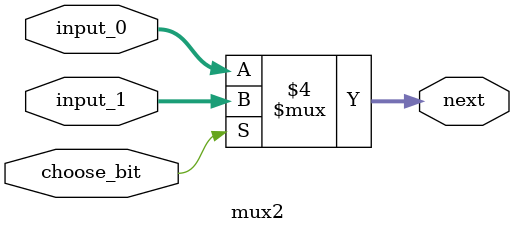
<source format=v>
`timescale 1ns / 1ps


module mux2(
    input_0,input_1,choose_bit,next
    );
    parameter width = 32;
    input wire[width-1:0] input_0;
    input wire[width-1:0] input_1;
    input wire choose_bit;
    output reg[width-1:0] next;
 always @(*) begin 
    if(choose_bit == 1)
    begin
         next = input_1;
    end
    else 
    begin
         next = input_0;
    end   
end

endmodule

</source>
